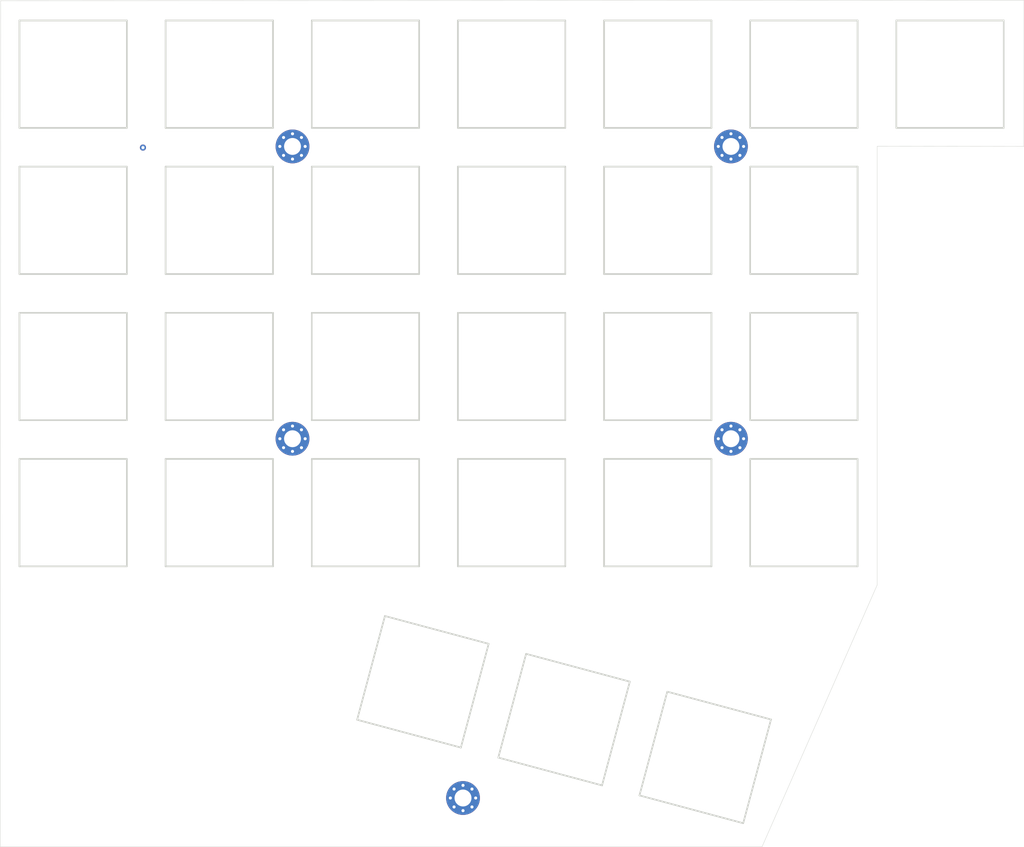
<source format=kicad_pcb>
(kicad_pcb (version 20171130) (host pcbnew "(5.1.4)-1")

  (general
    (thickness 1.6)
    (drawings 232)
    (tracks 1)
    (zones 0)
    (modules 5)
    (nets 1)
  )

  (page A4)
  (layers
    (0 F.Cu signal)
    (31 B.Cu signal)
    (32 B.Adhes user)
    (33 F.Adhes user)
    (34 B.Paste user)
    (35 F.Paste user)
    (36 B.SilkS user)
    (37 F.SilkS user)
    (38 B.Mask user)
    (39 F.Mask user)
    (40 Dwgs.User user)
    (41 Cmts.User user)
    (42 Eco1.User user)
    (43 Eco2.User user)
    (44 Edge.Cuts user)
    (45 Margin user)
    (46 B.CrtYd user)
    (47 F.CrtYd user)
    (48 B.Fab user)
    (49 F.Fab user)
  )

  (setup
    (last_trace_width 0.25)
    (trace_clearance 0.2)
    (zone_clearance 0.508)
    (zone_45_only no)
    (trace_min 0.2)
    (via_size 0.8)
    (via_drill 0.4)
    (via_min_size 0.4)
    (via_min_drill 0.3)
    (uvia_size 0.3)
    (uvia_drill 0.1)
    (uvias_allowed no)
    (uvia_min_size 0.2)
    (uvia_min_drill 0.1)
    (edge_width 0.05)
    (segment_width 0.2)
    (pcb_text_width 0.3)
    (pcb_text_size 1.5 1.5)
    (mod_edge_width 0.12)
    (mod_text_size 1 1)
    (mod_text_width 0.15)
    (pad_size 1.524 1.524)
    (pad_drill 0.762)
    (pad_to_mask_clearance 0.051)
    (solder_mask_min_width 0.25)
    (aux_axis_origin 0 0)
    (visible_elements 7FFFFFFF)
    (pcbplotparams
      (layerselection 0x010fc_ffffffff)
      (usegerberextensions false)
      (usegerberattributes false)
      (usegerberadvancedattributes false)
      (creategerberjobfile false)
      (excludeedgelayer true)
      (linewidth 0.100000)
      (plotframeref false)
      (viasonmask false)
      (mode 1)
      (useauxorigin false)
      (hpglpennumber 1)
      (hpglpenspeed 20)
      (hpglpendiameter 15.000000)
      (psnegative false)
      (psa4output false)
      (plotreference true)
      (plotvalue true)
      (plotinvisibletext false)
      (padsonsilk false)
      (subtractmaskfromsilk false)
      (outputformat 1)
      (mirror false)
      (drillshape 0)
      (scaleselection 1)
      (outputdirectory "gerber/"))
  )

  (net 0 "")

  (net_class Default "This is the default net class."
    (clearance 0.2)
    (trace_width 0.25)
    (via_dia 0.8)
    (via_drill 0.4)
    (uvia_dia 0.3)
    (uvia_drill 0.1)
  )

  (module MountingHole:MountingHole_2.2mm_M2_Pad_Via (layer F.Cu) (tedit 56DDB9C7) (tstamp 6233F799)
    (at 137.31875 50.8)
    (descr "Mounting Hole 2.2mm, M2")
    (tags "mounting hole 2.2mm m2")
    (attr virtual)
    (fp_text reference "" (at 0 -3.2) (layer F.SilkS)
      (effects (font (size 1 1) (thickness 0.15)))
    )
    (fp_text value MountingHole_2.2mm_M2_Pad_Via (at 0 3.2) (layer F.Fab)
      (effects (font (size 1 1) (thickness 0.15)))
    )
    (fp_circle (center 0 0) (end 2.45 0) (layer F.CrtYd) (width 0.05))
    (fp_circle (center 0 0) (end 2.2 0) (layer Cmts.User) (width 0.15))
    (fp_text user %R (at 0.3 0) (layer F.Fab)
      (effects (font (size 1 1) (thickness 0.15)))
    )
    (pad 1 thru_hole circle (at 1.166726 -1.166726) (size 0.7 0.7) (drill 0.4) (layers *.Cu *.Mask))
    (pad 1 thru_hole circle (at 0 -1.65) (size 0.7 0.7) (drill 0.4) (layers *.Cu *.Mask))
    (pad 1 thru_hole circle (at -1.166726 -1.166726) (size 0.7 0.7) (drill 0.4) (layers *.Cu *.Mask))
    (pad 1 thru_hole circle (at -1.65 0) (size 0.7 0.7) (drill 0.4) (layers *.Cu *.Mask))
    (pad 1 thru_hole circle (at -1.166726 1.166726) (size 0.7 0.7) (drill 0.4) (layers *.Cu *.Mask))
    (pad 1 thru_hole circle (at 0 1.65) (size 0.7 0.7) (drill 0.4) (layers *.Cu *.Mask))
    (pad 1 thru_hole circle (at 1.166726 1.166726) (size 0.7 0.7) (drill 0.4) (layers *.Cu *.Mask))
    (pad 1 thru_hole circle (at 1.65 0) (size 0.7 0.7) (drill 0.4) (layers *.Cu *.Mask))
    (pad 1 thru_hole circle (at 0 0) (size 4.4 4.4) (drill 2.2) (layers *.Cu *.Mask))
  )

  (module MountingHole:MountingHole_2.2mm_M2_Pad_Via (layer F.Cu) (tedit 56DDB9C7) (tstamp 6233F75C)
    (at 194.46875 50.8)
    (descr "Mounting Hole 2.2mm, M2")
    (tags "mounting hole 2.2mm m2")
    (attr virtual)
    (fp_text reference "" (at 0 -3.2) (layer F.SilkS)
      (effects (font (size 1 1) (thickness 0.15)))
    )
    (fp_text value MountingHole_2.2mm_M2_Pad_Via (at 0 3.2) (layer F.Fab)
      (effects (font (size 1 1) (thickness 0.15)))
    )
    (fp_text user %R (at 0.3 0) (layer F.Fab)
      (effects (font (size 1 1) (thickness 0.15)))
    )
    (fp_circle (center 0 0) (end 2.2 0) (layer Cmts.User) (width 0.15))
    (fp_circle (center 0 0) (end 2.45 0) (layer F.CrtYd) (width 0.05))
    (pad 1 thru_hole circle (at 0 0) (size 4.4 4.4) (drill 2.2) (layers *.Cu *.Mask))
    (pad 1 thru_hole circle (at 1.65 0) (size 0.7 0.7) (drill 0.4) (layers *.Cu *.Mask))
    (pad 1 thru_hole circle (at 1.166726 1.166726) (size 0.7 0.7) (drill 0.4) (layers *.Cu *.Mask))
    (pad 1 thru_hole circle (at 0 1.65) (size 0.7 0.7) (drill 0.4) (layers *.Cu *.Mask))
    (pad 1 thru_hole circle (at -1.166726 1.166726) (size 0.7 0.7) (drill 0.4) (layers *.Cu *.Mask))
    (pad 1 thru_hole circle (at -1.65 0) (size 0.7 0.7) (drill 0.4) (layers *.Cu *.Mask))
    (pad 1 thru_hole circle (at -1.166726 -1.166726) (size 0.7 0.7) (drill 0.4) (layers *.Cu *.Mask))
    (pad 1 thru_hole circle (at 0 -1.65) (size 0.7 0.7) (drill 0.4) (layers *.Cu *.Mask))
    (pad 1 thru_hole circle (at 1.166726 -1.166726) (size 0.7 0.7) (drill 0.4) (layers *.Cu *.Mask))
  )

  (module MountingHole:MountingHole_2.2mm_M2_Pad_Via (layer F.Cu) (tedit 56DDB9C7) (tstamp 6233F71F)
    (at 194.46875 88.9)
    (descr "Mounting Hole 2.2mm, M2")
    (tags "mounting hole 2.2mm m2")
    (attr virtual)
    (fp_text reference "" (at 0 -3.2) (layer F.SilkS)
      (effects (font (size 1 1) (thickness 0.15)))
    )
    (fp_text value MountingHole_2.2mm_M2_Pad_Via (at 0 3.2) (layer F.Fab)
      (effects (font (size 1 1) (thickness 0.15)))
    )
    (fp_circle (center 0 0) (end 2.45 0) (layer F.CrtYd) (width 0.05))
    (fp_circle (center 0 0) (end 2.2 0) (layer Cmts.User) (width 0.15))
    (fp_text user %R (at 0.3 0) (layer F.Fab)
      (effects (font (size 1 1) (thickness 0.15)))
    )
    (pad 1 thru_hole circle (at 1.166726 -1.166726) (size 0.7 0.7) (drill 0.4) (layers *.Cu *.Mask))
    (pad 1 thru_hole circle (at 0 -1.65) (size 0.7 0.7) (drill 0.4) (layers *.Cu *.Mask))
    (pad 1 thru_hole circle (at -1.166726 -1.166726) (size 0.7 0.7) (drill 0.4) (layers *.Cu *.Mask))
    (pad 1 thru_hole circle (at -1.65 0) (size 0.7 0.7) (drill 0.4) (layers *.Cu *.Mask))
    (pad 1 thru_hole circle (at -1.166726 1.166726) (size 0.7 0.7) (drill 0.4) (layers *.Cu *.Mask))
    (pad 1 thru_hole circle (at 0 1.65) (size 0.7 0.7) (drill 0.4) (layers *.Cu *.Mask))
    (pad 1 thru_hole circle (at 1.166726 1.166726) (size 0.7 0.7) (drill 0.4) (layers *.Cu *.Mask))
    (pad 1 thru_hole circle (at 1.65 0) (size 0.7 0.7) (drill 0.4) (layers *.Cu *.Mask))
    (pad 1 thru_hole circle (at 0 0) (size 4.4 4.4) (drill 2.2) (layers *.Cu *.Mask))
  )

  (module MountingHole:MountingHole_2.2mm_M2_Pad_Via (layer F.Cu) (tedit 56DDB9C7) (tstamp 6233F6E2)
    (at 137.31875 88.9)
    (descr "Mounting Hole 2.2mm, M2")
    (tags "mounting hole 2.2mm m2")
    (attr virtual)
    (fp_text reference "" (at 0 -3.2) (layer F.SilkS)
      (effects (font (size 1 1) (thickness 0.15)))
    )
    (fp_text value MountingHole_2.2mm_M2_Pad_Via (at 0 3.2) (layer F.Fab)
      (effects (font (size 1 1) (thickness 0.15)))
    )
    (fp_circle (center 0 0) (end 2.45 0) (layer F.CrtYd) (width 0.05))
    (fp_circle (center 0 0) (end 2.2 0) (layer Cmts.User) (width 0.15))
    (fp_text user %R (at 0.3 0) (layer F.Fab)
      (effects (font (size 1 1) (thickness 0.15)))
    )
    (pad 1 thru_hole circle (at 1.166726 -1.166726) (size 0.7 0.7) (drill 0.4) (layers *.Cu *.Mask))
    (pad 1 thru_hole circle (at 0 -1.65) (size 0.7 0.7) (drill 0.4) (layers *.Cu *.Mask))
    (pad 1 thru_hole circle (at -1.166726 -1.166726) (size 0.7 0.7) (drill 0.4) (layers *.Cu *.Mask))
    (pad 1 thru_hole circle (at -1.65 0) (size 0.7 0.7) (drill 0.4) (layers *.Cu *.Mask))
    (pad 1 thru_hole circle (at -1.166726 1.166726) (size 0.7 0.7) (drill 0.4) (layers *.Cu *.Mask))
    (pad 1 thru_hole circle (at 0 1.65) (size 0.7 0.7) (drill 0.4) (layers *.Cu *.Mask))
    (pad 1 thru_hole circle (at 1.166726 1.166726) (size 0.7 0.7) (drill 0.4) (layers *.Cu *.Mask))
    (pad 1 thru_hole circle (at 1.65 0) (size 0.7 0.7) (drill 0.4) (layers *.Cu *.Mask))
    (pad 1 thru_hole circle (at 0 0) (size 4.4 4.4) (drill 2.2) (layers *.Cu *.Mask))
  )

  (module MountingHole:MountingHole_2.2mm_M2_Pad_Via (layer F.Cu) (tedit 56DDB9C7) (tstamp 6233F6A5)
    (at 159.54375 135.73125)
    (descr "Mounting Hole 2.2mm, M2")
    (tags "mounting hole 2.2mm m2")
    (attr virtual)
    (fp_text reference "" (at 0 -3.2) (layer F.SilkS)
      (effects (font (size 1 1) (thickness 0.15)))
    )
    (fp_text value MountingHole_2.2mm_M2_Pad_Via (at 0 3.2) (layer F.Fab)
      (effects (font (size 1 1) (thickness 0.15)))
    )
    (fp_circle (center 0 0) (end 2.45 0) (layer F.CrtYd) (width 0.05))
    (fp_circle (center 0 0) (end 2.2 0) (layer Cmts.User) (width 0.15))
    (fp_text user %R (at 0.3 0) (layer F.Fab)
      (effects (font (size 1 1) (thickness 0.15)))
    )
    (pad 1 thru_hole circle (at 1.166726 -1.166726) (size 0.7 0.7) (drill 0.4) (layers *.Cu *.Mask))
    (pad 1 thru_hole circle (at 0 -1.65) (size 0.7 0.7) (drill 0.4) (layers *.Cu *.Mask))
    (pad 1 thru_hole circle (at -1.166726 -1.166726) (size 0.7 0.7) (drill 0.4) (layers *.Cu *.Mask))
    (pad 1 thru_hole circle (at -1.65 0) (size 0.7 0.7) (drill 0.4) (layers *.Cu *.Mask))
    (pad 1 thru_hole circle (at -1.166726 1.166726) (size 0.7 0.7) (drill 0.4) (layers *.Cu *.Mask))
    (pad 1 thru_hole circle (at 0 1.65) (size 0.7 0.7) (drill 0.4) (layers *.Cu *.Mask))
    (pad 1 thru_hole circle (at 1.166726 1.166726) (size 0.7 0.7) (drill 0.4) (layers *.Cu *.Mask))
    (pad 1 thru_hole circle (at 1.65 0) (size 0.7 0.7) (drill 0.4) (layers *.Cu *.Mask))
    (pad 1 thru_hole circle (at 0 0) (size 4.4 4.4) (drill 2.2) (layers *.Cu *.Mask))
  )

  (gr_line (start 167.767396 116.940529) (end 181.290096 120.564729) (layer Edge.Cuts) (width 0.2))
  (gr_line (start 181.290096 120.564729) (end 167.767396 116.940529) (layer Edge.Cuts) (width 0.2))
  (gr_line (start 164.143296 130.463229) (end 167.767396 116.940529) (layer Edge.Cuts) (width 0.2))
  (gr_line (start 167.767396 116.940529) (end 164.143296 130.463229) (layer Edge.Cuts) (width 0.2))
  (gr_line (start 181.290096 120.564729) (end 177.665996 134.087479) (layer Edge.Cuts) (width 0.2))
  (gr_line (start 177.665996 134.087479) (end 181.290096 120.564729) (layer Edge.Cuts) (width 0.2))
  (gr_line (start 177.665996 134.087479) (end 164.143296 130.463229) (layer Edge.Cuts) (width 0.2))
  (gr_line (start 164.143296 130.463229) (end 177.665996 134.087479) (layer Edge.Cuts) (width 0.2))
  (gr_line (start 232.65875 50.79535) (end 232.66075 31.73695) (layer Edge.Cuts) (width 0.05) (tstamp 6233AC19))
  (gr_line (start 99.21645 142.07625) (end 99.2747 31.8055) (layer Edge.Cuts) (width 0.05) (tstamp 6233A9D5))
  (gr_line (start 213.56775 50.76795) (end 213.525 50.8256) (layer Edge.Cuts) (width 0.05) (tstamp 6233A8D7))
  (gr_line (start 213.525 107.975) (end 213.525 50.8256) (layer Edge.Cuts) (width 0.05) (tstamp 6233A5BF))
  (gr_line (start 198.52775 142.07525) (end 213.525 107.975) (layer Edge.Cuts) (width 0.05) (tstamp 6233A5AA))
  (gr_line (start 99.2747 31.8055) (end 232.66075 31.73695) (layer Edge.Cuts) (width 0.05) (tstamp 6233A562))
  (gr_line (start 99.21645 142.07625) (end 198.52775 142.07525) (layer Edge.Cuts) (width 0.05) (tstamp 6233A508))
  (gr_line (start 232.65875 50.79535) (end 213.56775 50.76795) (layer Edge.Cuts) (width 0.05) (tstamp 6233A464))
  (gr_line (start 172.876996 86.483029) (end 172.876996 72.483729) (layer Edge.Cuts) (width 0.2))
  (gr_line (start 115.727196 34.384229) (end 101.727646 34.384229) (layer Edge.Cuts) (width 0.2))
  (gr_line (start 172.876996 67.433029) (end 172.876996 53.433729) (layer Edge.Cuts) (width 0.2))
  (gr_line (start 120.777696 48.383029) (end 134.776996 48.383029) (layer Edge.Cuts) (width 0.2))
  (gr_line (start 158.877696 67.433029) (end 172.876996 67.433029) (layer Edge.Cuts) (width 0.2))
  (gr_line (start 172.876996 72.483729) (end 158.877696 72.483729) (layer Edge.Cuts) (width 0.2))
  (gr_line (start 120.777696 53.433729) (end 120.777696 67.433029) (layer Edge.Cuts) (width 0.2))
  (gr_line (start 196.976296 34.384229) (end 196.976296 48.383029) (layer Edge.Cuts) (width 0.2))
  (gr_line (start 191.926996 48.383029) (end 191.926996 34.384229) (layer Edge.Cuts) (width 0.2))
  (gr_line (start 139.827696 86.483029) (end 153.826996 86.483029) (layer Edge.Cuts) (width 0.2))
  (gr_line (start 134.776996 86.483029) (end 134.776996 72.483729) (layer Edge.Cuts) (width 0.2))
  (gr_line (start 153.826996 72.483729) (end 139.827696 72.483729) (layer Edge.Cuts) (width 0.2))
  (gr_line (start 172.876996 48.383029) (end 172.876996 34.384229) (layer Edge.Cuts) (width 0.2))
  (gr_line (start 139.827696 67.433029) (end 153.826996 67.433029) (layer Edge.Cuts) (width 0.2))
  (gr_line (start 101.727646 48.383029) (end 115.727196 48.383029) (layer Edge.Cuts) (width 0.2))
  (gr_line (start 153.826996 86.483029) (end 153.826996 72.483729) (layer Edge.Cuts) (width 0.2))
  (gr_line (start 139.827696 72.483729) (end 139.827696 86.483029) (layer Edge.Cuts) (width 0.2))
  (gr_line (start 158.877696 53.433729) (end 158.877696 67.433029) (layer Edge.Cuts) (width 0.2))
  (gr_line (start 139.827696 34.384229) (end 139.827696 48.383029) (layer Edge.Cuts) (width 0.2))
  (gr_line (start 134.776996 67.433029) (end 134.776996 53.433729) (layer Edge.Cuts) (width 0.2))
  (gr_line (start 120.777696 86.483029) (end 134.776996 86.483029) (layer Edge.Cuts) (width 0.2))
  (gr_line (start 153.826996 34.384229) (end 139.827696 34.384229) (layer Edge.Cuts) (width 0.2))
  (gr_line (start 153.826996 67.433029) (end 153.826996 53.433729) (layer Edge.Cuts) (width 0.2))
  (gr_line (start 139.827696 53.433729) (end 139.827696 67.433029) (layer Edge.Cuts) (width 0.2))
  (gr_line (start 134.776996 53.433729) (end 120.777696 53.433729) (layer Edge.Cuts) (width 0.2))
  (gr_line (start 172.876996 53.433729) (end 158.877696 53.433729) (layer Edge.Cuts) (width 0.2))
  (gr_line (start 153.826996 48.383029) (end 153.826996 34.384229) (layer Edge.Cuts) (width 0.2))
  (gr_line (start 115.727196 48.383029) (end 115.727196 34.384229) (layer Edge.Cuts) (width 0.2))
  (gr_line (start 134.776996 34.384229) (end 120.777696 34.384229) (layer Edge.Cuts) (width 0.2))
  (gr_line (start 153.826996 53.433729) (end 139.827696 53.433729) (layer Edge.Cuts) (width 0.2))
  (gr_line (start 191.926996 34.384229) (end 177.927696 34.384229) (layer Edge.Cuts) (width 0.2))
  (gr_line (start 210.976996 34.384229) (end 196.976296 34.384229) (layer Edge.Cuts) (width 0.2))
  (gr_line (start 177.927696 48.383029) (end 191.926996 48.383029) (layer Edge.Cuts) (width 0.2))
  (gr_line (start 158.877696 48.383029) (end 172.876996 48.383029) (layer Edge.Cuts) (width 0.2))
  (gr_line (start 134.776996 48.383029) (end 134.776996 34.384229) (layer Edge.Cuts) (width 0.2))
  (gr_line (start 172.876996 34.384229) (end 158.877696 34.384229) (layer Edge.Cuts) (width 0.2))
  (gr_line (start 139.827696 48.383029) (end 153.826996 48.383029) (layer Edge.Cuts) (width 0.2))
  (gr_line (start 101.727646 34.384229) (end 101.727646 48.383029) (layer Edge.Cuts) (width 0.2))
  (gr_line (start 158.877696 86.483029) (end 172.876996 86.483029) (layer Edge.Cuts) (width 0.2))
  (gr_line (start 158.877696 72.483729) (end 158.877696 86.483029) (layer Edge.Cuts) (width 0.2))
  (gr_line (start 120.777696 34.384229) (end 120.777696 48.383029) (layer Edge.Cuts) (width 0.2))
  (gr_line (start 120.777696 67.433029) (end 134.776996 67.433029) (layer Edge.Cuts) (width 0.2))
  (gr_line (start 177.927696 34.384229) (end 177.927696 48.383029) (layer Edge.Cuts) (width 0.2))
  (gr_line (start 158.877696 34.384229) (end 158.877696 48.383029) (layer Edge.Cuts) (width 0.2))
  (gr_line (start 177.927696 53.433729) (end 177.927696 67.433029) (layer Edge.Cuts) (width 0.2))
  (gr_line (start 162.889196 115.634129) (end 159.264696 129.156829) (layer Edge.Cuts) (width 0.2))
  (gr_line (start 149.366496 112.009929) (end 162.889196 115.634129) (layer Edge.Cuts) (width 0.2))
  (gr_line (start 216.025996 48.383029) (end 230.026996 48.383029) (layer Edge.Cuts) (width 0.2))
  (gr_line (start 199.690996 125.494029) (end 186.168296 121.871129) (layer Edge.Cuts) (width 0.2))
  (gr_line (start 177.927696 72.483729) (end 177.927696 86.483029) (layer Edge.Cuts) (width 0.2))
  (gr_line (start 191.926996 86.483029) (end 191.926996 72.483729) (layer Edge.Cuts) (width 0.2))
  (gr_line (start 196.976296 86.483029) (end 210.976996 86.483029) (layer Edge.Cuts) (width 0.2))
  (gr_line (start 182.544196 135.393859) (end 196.068296 139.018099) (layer Edge.Cuts) (width 0.2))
  (gr_line (start 177.927696 86.483029) (end 191.926996 86.483029) (layer Edge.Cuts) (width 0.2))
  (gr_line (start 210.976996 48.383029) (end 210.976996 34.384229) (layer Edge.Cuts) (width 0.2))
  (gr_line (start 196.976296 72.483729) (end 196.976296 86.483029) (layer Edge.Cuts) (width 0.2))
  (gr_line (start 191.926996 67.433029) (end 191.926996 53.433729) (layer Edge.Cuts) (width 0.2))
  (gr_line (start 177.927696 67.433029) (end 191.926996 67.433029) (layer Edge.Cuts) (width 0.2))
  (gr_line (start 210.976996 53.433729) (end 196.976296 53.433729) (layer Edge.Cuts) (width 0.2))
  (gr_line (start 196.068296 139.018099) (end 199.690996 125.494029) (layer Edge.Cuts) (width 0.2))
  (gr_line (start 210.976996 67.433029) (end 210.976996 53.433729) (layer Edge.Cuts) (width 0.2))
  (gr_line (start 191.926996 53.433729) (end 177.927696 53.433729) (layer Edge.Cuts) (width 0.2))
  (gr_line (start 210.976996 72.483729) (end 196.976296 72.483729) (layer Edge.Cuts) (width 0.2))
  (gr_line (start 159.264696 129.156829) (end 145.741996 125.534029) (layer Edge.Cuts) (width 0.2))
  (gr_line (start 196.976296 48.383029) (end 210.976996 48.383029) (layer Edge.Cuts) (width 0.2))
  (gr_line (start 196.976296 67.433029) (end 210.976996 67.433029) (layer Edge.Cuts) (width 0.2))
  (gr_line (start 230.026996 34.384229) (end 216.025996 34.384229) (layer Edge.Cuts) (width 0.2))
  (gr_line (start 145.741996 125.534029) (end 149.366496 112.009929) (layer Edge.Cuts) (width 0.2))
  (gr_line (start 186.168296 121.871129) (end 182.544196 135.393859) (layer Edge.Cuts) (width 0.2))
  (gr_line (start 196.976296 53.433729) (end 196.976296 67.433029) (layer Edge.Cuts) (width 0.2))
  (gr_line (start 210.976996 86.483029) (end 210.976996 72.483729) (layer Edge.Cuts) (width 0.2))
  (gr_line (start 191.926996 72.483729) (end 177.927696 72.483729) (layer Edge.Cuts) (width 0.2))
  (gr_line (start 230.026996 48.383029) (end 230.026996 34.384229) (layer Edge.Cuts) (width 0.2))
  (gr_line (start 216.025996 34.384229) (end 216.025996 48.383029) (layer Edge.Cuts) (width 0.2))
  (gr_line (start 159.264696 129.156829) (end 162.889196 115.634129) (layer Edge.Cuts) (width 0.2))
  (gr_line (start 191.926996 86.483029) (end 191.926996 72.483729) (layer Edge.Cuts) (width 0.2))
  (gr_line (start 134.776996 86.483029) (end 134.776996 72.483729) (layer Edge.Cuts) (width 0.2))
  (gr_line (start 139.827696 91.533729) (end 139.827696 105.533029) (layer Edge.Cuts) (width 0.2))
  (gr_line (start 115.727196 67.433029) (end 115.727196 53.433729) (layer Edge.Cuts) (width 0.2))
  (gr_line (start 172.876996 34.384229) (end 158.877696 34.384229) (layer Edge.Cuts) (width 0.2))
  (gr_line (start 101.727646 53.433729) (end 101.727646 67.433029) (layer Edge.Cuts) (width 0.2))
  (gr_line (start 162.889196 115.634129) (end 149.366496 112.009929) (layer Edge.Cuts) (width 0.2))
  (gr_line (start 210.976996 72.483729) (end 196.976296 72.483729) (layer Edge.Cuts) (width 0.2))
  (gr_line (start 158.877696 34.384229) (end 158.877696 48.383029) (layer Edge.Cuts) (width 0.2))
  (gr_line (start 210.976996 86.483029) (end 210.976996 72.483729) (layer Edge.Cuts) (width 0.2))
  (gr_line (start 191.926996 72.483729) (end 177.927696 72.483729) (layer Edge.Cuts) (width 0.2))
  (gr_line (start 134.776996 72.483729) (end 120.777696 72.483729) (layer Edge.Cuts) (width 0.2))
  (gr_line (start 149.366496 112.009929) (end 145.741996 125.534029) (layer Edge.Cuts) (width 0.2))
  (gr_line (start 158.877696 48.383029) (end 172.876996 48.383029) (layer Edge.Cuts) (width 0.2))
  (gr_line (start 153.826996 105.533029) (end 153.826996 91.533729) (layer Edge.Cuts) (width 0.2))
  (gr_line (start 101.727646 67.433029) (end 115.727196 67.433029) (layer Edge.Cuts) (width 0.2))
  (gr_line (start 196.976296 86.483029) (end 210.976996 86.483029) (layer Edge.Cuts) (width 0.2))
  (gr_line (start 120.777696 72.483729) (end 120.777696 86.483029) (layer Edge.Cuts) (width 0.2))
  (gr_line (start 196.976296 72.483729) (end 196.976296 86.483029) (layer Edge.Cuts) (width 0.2))
  (gr_line (start 153.826996 91.533729) (end 139.827696 91.533729) (layer Edge.Cuts) (width 0.2))
  (gr_line (start 172.876996 48.383029) (end 172.876996 34.384229) (layer Edge.Cuts) (width 0.2))
  (gr_line (start 139.827696 105.533029) (end 153.826996 105.533029) (layer Edge.Cuts) (width 0.2))
  (gr_line (start 177.927696 86.483029) (end 191.926996 86.483029) (layer Edge.Cuts) (width 0.2))
  (gr_line (start 120.777696 86.483029) (end 134.776996 86.483029) (layer Edge.Cuts) (width 0.2))
  (gr_line (start 115.727196 53.433729) (end 101.727646 53.433729) (layer Edge.Cuts) (width 0.2))
  (gr_line (start 145.741996 125.534029) (end 159.264696 129.156829) (layer Edge.Cuts) (width 0.2))
  (gr_line (start 177.927696 72.483729) (end 177.927696 86.483029) (layer Edge.Cuts) (width 0.2))
  (gr_line (start 139.827696 34.384229) (end 139.827696 48.383029) (layer Edge.Cuts) (width 0.2))
  (gr_line (start 115.727196 48.383029) (end 115.727196 34.384229) (layer Edge.Cuts) (width 0.2))
  (gr_line (start 172.876996 67.433029) (end 172.876996 53.433729) (layer Edge.Cuts) (width 0.2))
  (gr_line (start 158.877696 86.483029) (end 172.876996 86.483029) (layer Edge.Cuts) (width 0.2))
  (gr_line (start 158.877696 67.433029) (end 172.876996 67.433029) (layer Edge.Cuts) (width 0.2))
  (gr_line (start 210.976996 91.533729) (end 196.976296 91.533729) (layer Edge.Cuts) (width 0.2))
  (gr_line (start 210.976996 105.533029) (end 210.976996 91.533729) (layer Edge.Cuts) (width 0.2))
  (gr_line (start 153.826996 34.384229) (end 139.827696 34.384229) (layer Edge.Cuts) (width 0.2))
  (gr_line (start 177.927696 53.433729) (end 177.927696 67.433029) (layer Edge.Cuts) (width 0.2))
  (gr_line (start 158.877696 53.433729) (end 158.877696 67.433029) (layer Edge.Cuts) (width 0.2))
  (gr_line (start 216.025996 34.384229) (end 216.025996 48.383029) (layer Edge.Cuts) (width 0.2))
  (gr_line (start 230.026996 34.384229) (end 216.025996 34.384229) (layer Edge.Cuts) (width 0.2))
  (gr_line (start 115.727196 86.483029) (end 115.727196 72.483729) (layer Edge.Cuts) (width 0.2))
  (gr_line (start 210.976996 67.433029) (end 210.976996 53.433729) (layer Edge.Cuts) (width 0.2))
  (gr_line (start 101.727646 72.483729) (end 101.727646 86.483029) (layer Edge.Cuts) (width 0.2))
  (gr_line (start 134.776996 91.533729) (end 120.777696 91.533729) (layer Edge.Cuts) (width 0.2))
  (gr_line (start 196.976296 53.433729) (end 196.976296 67.433029) (layer Edge.Cuts) (width 0.2))
  (gr_line (start 120.777696 105.533029) (end 134.776996 105.533029) (layer Edge.Cuts) (width 0.2))
  (gr_line (start 230.026996 48.383029) (end 230.026996 34.384229) (layer Edge.Cuts) (width 0.2))
  (gr_line (start 134.776996 105.533029) (end 134.776996 91.533729) (layer Edge.Cuts) (width 0.2))
  (gr_line (start 115.727196 72.483729) (end 101.727646 72.483729) (layer Edge.Cuts) (width 0.2))
  (gr_line (start 139.827696 86.483029) (end 153.826996 86.483029) (layer Edge.Cuts) (width 0.2))
  (gr_line (start 120.777696 53.433729) (end 120.777696 67.433029) (layer Edge.Cuts) (width 0.2))
  (gr_line (start 120.777696 67.433029) (end 134.776996 67.433029) (layer Edge.Cuts) (width 0.2))
  (gr_line (start 216.025996 48.383029) (end 230.026996 48.383029) (layer Edge.Cuts) (width 0.2))
  (gr_line (start 172.876996 91.533729) (end 158.877696 91.533729) (layer Edge.Cuts) (width 0.2))
  (gr_line (start 101.727646 86.483029) (end 115.727196 86.483029) (layer Edge.Cuts) (width 0.2))
  (gr_line (start 139.827696 48.383029) (end 153.826996 48.383029) (layer Edge.Cuts) (width 0.2))
  (gr_line (start 115.727196 34.384229) (end 101.727646 34.384229) (layer Edge.Cuts) (width 0.2))
  (gr_line (start 101.727646 48.383029) (end 115.727196 48.383029) (layer Edge.Cuts) (width 0.2))
  (gr_line (start 134.776996 53.433729) (end 120.777696 53.433729) (layer Edge.Cuts) (width 0.2))
  (gr_line (start 139.827696 72.483729) (end 139.827696 86.483029) (layer Edge.Cuts) (width 0.2))
  (gr_line (start 134.776996 67.433029) (end 134.776996 53.433729) (layer Edge.Cuts) (width 0.2))
  (gr_line (start 153.826996 48.383029) (end 153.826996 34.384229) (layer Edge.Cuts) (width 0.2))
  (gr_line (start 101.727646 34.384229) (end 101.727646 48.383029) (layer Edge.Cuts) (width 0.2))
  (gr_line (start 120.777696 91.533729) (end 120.777696 105.533029) (layer Edge.Cuts) (width 0.2))
  (gr_line (start 158.877696 72.483729) (end 158.877696 86.483029) (layer Edge.Cuts) (width 0.2))
  (gr_line (start 172.876996 53.433729) (end 158.877696 53.433729) (layer Edge.Cuts) (width 0.2))
  (gr_line (start 196.976296 67.433029) (end 210.976996 67.433029) (layer Edge.Cuts) (width 0.2))
  (gr_line (start 153.826996 86.483029) (end 153.826996 72.483729) (layer Edge.Cuts) (width 0.2))
  (gr_line (start 196.976296 48.383029) (end 210.976996 48.383029) (layer Edge.Cuts) (width 0.2))
  (gr_line (start 196.976296 34.384229) (end 196.976296 48.383029) (layer Edge.Cuts) (width 0.2))
  (gr_line (start 210.976996 34.384229) (end 196.976296 34.384229) (layer Edge.Cuts) (width 0.2))
  (gr_line (start 196.976296 105.533029) (end 210.976996 105.533029) (layer Edge.Cuts) (width 0.2))
  (gr_line (start 191.926996 53.433729) (end 177.927696 53.433729) (layer Edge.Cuts) (width 0.2))
  (gr_line (start 172.876996 72.483729) (end 158.877696 72.483729) (layer Edge.Cuts) (width 0.2))
  (gr_line (start 196.976296 91.533729) (end 196.976296 105.533029) (layer Edge.Cuts) (width 0.2))
  (gr_line (start 153.826996 72.483729) (end 139.827696 72.483729) (layer Edge.Cuts) (width 0.2))
  (gr_line (start 191.926996 67.433029) (end 191.926996 53.433729) (layer Edge.Cuts) (width 0.2))
  (gr_line (start 158.877696 91.533729) (end 158.877696 105.533029) (layer Edge.Cuts) (width 0.2))
  (gr_line (start 210.976996 53.433729) (end 196.976296 53.433729) (layer Edge.Cuts) (width 0.2))
  (gr_line (start 177.927696 67.433029) (end 191.926996 67.433029) (layer Edge.Cuts) (width 0.2))
  (gr_line (start 172.876996 105.533029) (end 172.876996 91.533729) (layer Edge.Cuts) (width 0.2))
  (gr_line (start 172.876996 86.483029) (end 172.876996 72.483729) (layer Edge.Cuts) (width 0.2))
  (gr_line (start 158.877696 105.533029) (end 172.876996 105.533029) (layer Edge.Cuts) (width 0.2))
  (gr_line (start 101.727646 105.533029) (end 115.727196 105.533029) (layer Edge.Cuts) (width 0.2))
  (gr_line (start 101.727646 86.483029) (end 115.727196 86.483029) (layer Edge.Cuts) (width 0.2))
  (gr_line (start 120.777696 72.483729) (end 120.777696 86.483029) (layer Edge.Cuts) (width 0.2))
  (gr_line (start 210.976996 105.533029) (end 210.976996 91.533729) (layer Edge.Cuts) (width 0.2))
  (gr_line (start 177.927696 105.533029) (end 191.926996 105.533029) (layer Edge.Cuts) (width 0.2))
  (gr_line (start 191.926996 91.533729) (end 177.927696 91.533729) (layer Edge.Cuts) (width 0.2))
  (gr_line (start 172.876996 105.533029) (end 172.876996 91.533729) (layer Edge.Cuts) (width 0.2))
  (gr_line (start 158.877696 105.533029) (end 172.876996 105.533029) (layer Edge.Cuts) (width 0.2))
  (gr_line (start 139.827696 105.533029) (end 153.826996 105.533029) (layer Edge.Cuts) (width 0.2))
  (gr_line (start 153.826996 91.533729) (end 139.827696 91.533729) (layer Edge.Cuts) (width 0.2))
  (gr_line (start 115.727196 91.533729) (end 101.727646 91.533729) (layer Edge.Cuts) (width 0.2))
  (gr_line (start 139.827696 91.533729) (end 139.827696 105.533029) (layer Edge.Cuts) (width 0.2))
  (gr_line (start 134.776996 105.533029) (end 134.776996 91.533729) (layer Edge.Cuts) (width 0.2))
  (gr_line (start 115.727196 86.483029) (end 115.727196 72.483729) (layer Edge.Cuts) (width 0.2))
  (gr_line (start 177.927696 91.533729) (end 177.927696 105.533029) (layer Edge.Cuts) (width 0.2))
  (gr_line (start 172.876996 91.533729) (end 158.877696 91.533729) (layer Edge.Cuts) (width 0.2))
  (gr_line (start 196.976296 105.533029) (end 210.976996 105.533029) (layer Edge.Cuts) (width 0.2))
  (gr_line (start 158.877696 91.533729) (end 158.877696 105.533029) (layer Edge.Cuts) (width 0.2))
  (gr_line (start 134.776996 72.483729) (end 120.777696 72.483729) (layer Edge.Cuts) (width 0.2))
  (gr_line (start 196.976296 91.533729) (end 196.976296 105.533029) (layer Edge.Cuts) (width 0.2))
  (gr_line (start 210.976996 91.533729) (end 196.976296 91.533729) (layer Edge.Cuts) (width 0.2))
  (gr_line (start 153.826996 105.533029) (end 153.826996 91.533729) (layer Edge.Cuts) (width 0.2))
  (gr_line (start 134.776996 91.533729) (end 120.777696 91.533729) (layer Edge.Cuts) (width 0.2))
  (gr_line (start 101.727646 91.533729) (end 101.727646 105.533029) (layer Edge.Cuts) (width 0.2))
  (gr_line (start 120.777696 105.533029) (end 134.776996 105.533029) (layer Edge.Cuts) (width 0.2))
  (gr_line (start 191.926996 105.533029) (end 191.926996 91.533729) (layer Edge.Cuts) (width 0.2))
  (gr_line (start 115.727196 105.533029) (end 115.727196 91.533729) (layer Edge.Cuts) (width 0.2))
  (gr_line (start 120.777696 91.533729) (end 120.777696 105.533029) (layer Edge.Cuts) (width 0.2))
  (gr_line (start 199.690996 125.494029) (end 186.168296 121.871129) (layer Edge.Cuts) (width 0.2))
  (gr_line (start 191.926996 91.533729) (end 177.927696 91.533729) (layer Edge.Cuts) (width 0.2))
  (gr_line (start 191.926996 105.533029) (end 191.926996 91.533729) (layer Edge.Cuts) (width 0.2))
  (gr_line (start 177.927696 105.533029) (end 191.926996 105.533029) (layer Edge.Cuts) (width 0.2))
  (gr_line (start 139.827696 53.433729) (end 139.827696 67.433029) (layer Edge.Cuts) (width 0.2))
  (gr_line (start 120.777696 34.384229) (end 120.777696 48.383029) (layer Edge.Cuts) (width 0.2))
  (gr_line (start 101.727646 91.533729) (end 101.727646 105.533029) (layer Edge.Cuts) (width 0.2))
  (gr_line (start 177.927696 48.383029) (end 191.926996 48.383029) (layer Edge.Cuts) (width 0.2))
  (gr_line (start 210.976996 48.383029) (end 210.976996 34.384229) (layer Edge.Cuts) (width 0.2))
  (gr_line (start 196.068296 139.018099) (end 199.690996 125.494029) (layer Edge.Cuts) (width 0.2))
  (gr_line (start 101.727646 72.483729) (end 101.727646 86.483029) (layer Edge.Cuts) (width 0.2))
  (gr_line (start 115.727196 72.483729) (end 101.727646 72.483729) (layer Edge.Cuts) (width 0.2))
  (gr_line (start 115.727196 67.433029) (end 115.727196 53.433729) (layer Edge.Cuts) (width 0.2))
  (gr_line (start 101.727646 67.433029) (end 115.727196 67.433029) (layer Edge.Cuts) (width 0.2))
  (gr_line (start 186.168296 121.871129) (end 182.544196 135.393859) (layer Edge.Cuts) (width 0.2))
  (gr_line (start 101.727646 53.433729) (end 101.727646 67.433029) (layer Edge.Cuts) (width 0.2))
  (gr_line (start 191.926996 48.383029) (end 191.926996 34.384229) (layer Edge.Cuts) (width 0.2))
  (gr_line (start 134.776996 34.384229) (end 120.777696 34.384229) (layer Edge.Cuts) (width 0.2))
  (gr_line (start 115.727196 53.433729) (end 101.727646 53.433729) (layer Edge.Cuts) (width 0.2))
  (gr_line (start 182.544196 135.393859) (end 196.068296 139.018099) (layer Edge.Cuts) (width 0.2))
  (gr_line (start 191.926996 34.384229) (end 177.927696 34.384229) (layer Edge.Cuts) (width 0.2))
  (gr_line (start 153.826996 53.433729) (end 139.827696 53.433729) (layer Edge.Cuts) (width 0.2))
  (gr_line (start 120.777696 48.383029) (end 134.776996 48.383029) (layer Edge.Cuts) (width 0.2))
  (gr_line (start 134.776996 48.383029) (end 134.776996 34.384229) (layer Edge.Cuts) (width 0.2))
  (gr_line (start 115.727196 91.533729) (end 101.727646 91.533729) (layer Edge.Cuts) (width 0.2))
  (gr_line (start 177.927696 34.384229) (end 177.927696 48.383029) (layer Edge.Cuts) (width 0.2))
  (gr_line (start 139.827696 67.433029) (end 153.826996 67.433029) (layer Edge.Cuts) (width 0.2))
  (gr_line (start 115.727196 105.533029) (end 115.727196 91.533729) (layer Edge.Cuts) (width 0.2))
  (gr_line (start 101.727646 105.533029) (end 115.727196 105.533029) (layer Edge.Cuts) (width 0.2))
  (gr_line (start 153.826996 67.433029) (end 153.826996 53.433729) (layer Edge.Cuts) (width 0.2))
  (gr_line (start 177.927696 91.533729) (end 177.927696 105.533029) (layer Edge.Cuts) (width 0.2))

  (via (at 117.825 50.95) (size 0.8) (drill 0.4) (layers F.Cu B.Cu) (net 0))

)

</source>
